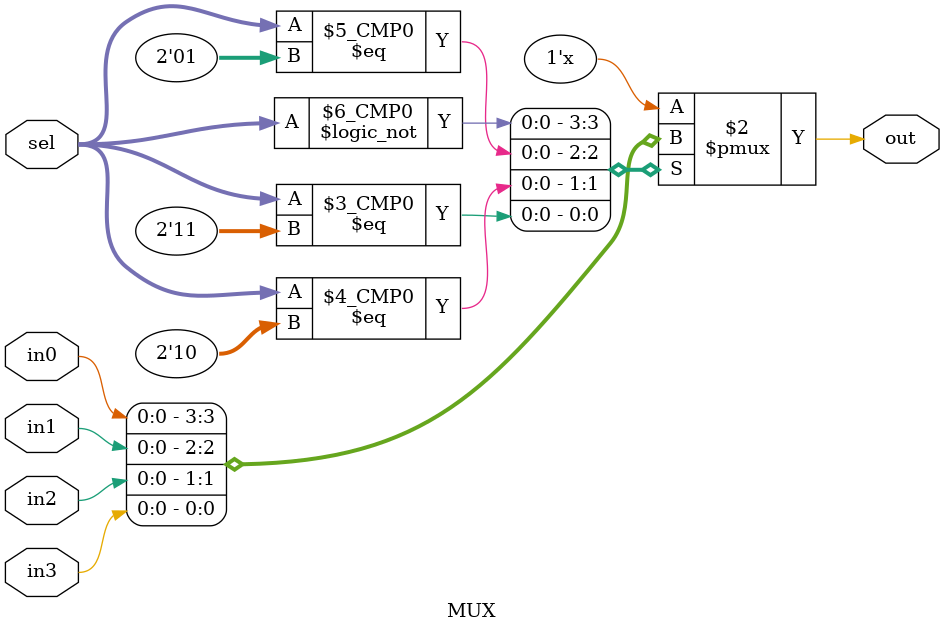
<source format=v>
`timescale 1ns / 1ps
module MUX(
        input in0, in1, in2, in3,
        input [1:0] sel,
        output reg out
    );
always@(*)
case (sel)
    0 : out = in0;
    1 : out = in1;
    2 : out = in2;
    3 : out = in3;
endcase
endmodule

</source>
